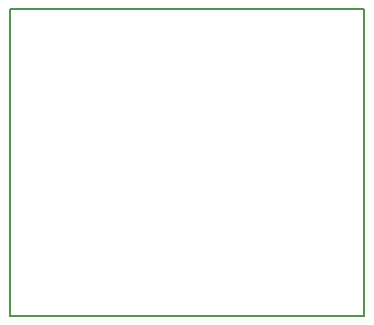
<source format=gbr>
%TF.GenerationSoftware,KiCad,Pcbnew,(5.1.7)-1*%
%TF.CreationDate,2020-12-03T17:13:15+01:00*%
%TF.ProjectId,RcOid,52634f69-642e-46b6-9963-61645f706362,1*%
%TF.SameCoordinates,Original*%
%TF.FileFunction,Profile,NP*%
%FSLAX46Y46*%
G04 Gerber Fmt 4.6, Leading zero omitted, Abs format (unit mm)*
G04 Created by KiCad (PCBNEW (5.1.7)-1) date 2020-12-03 17:13:15*
%MOMM*%
%LPD*%
G01*
G04 APERTURE LIST*
%TA.AperFunction,Profile*%
%ADD10C,0.200000*%
%TD*%
G04 APERTURE END LIST*
D10*
X153190000Y-92110001D02*
X123190000Y-92110001D01*
X123190000Y-92110001D02*
X123190000Y-118110000D01*
X153190000Y-118110000D02*
X153190000Y-92110001D01*
X123190000Y-118110000D02*
X153190000Y-118110000D01*
M02*

</source>
